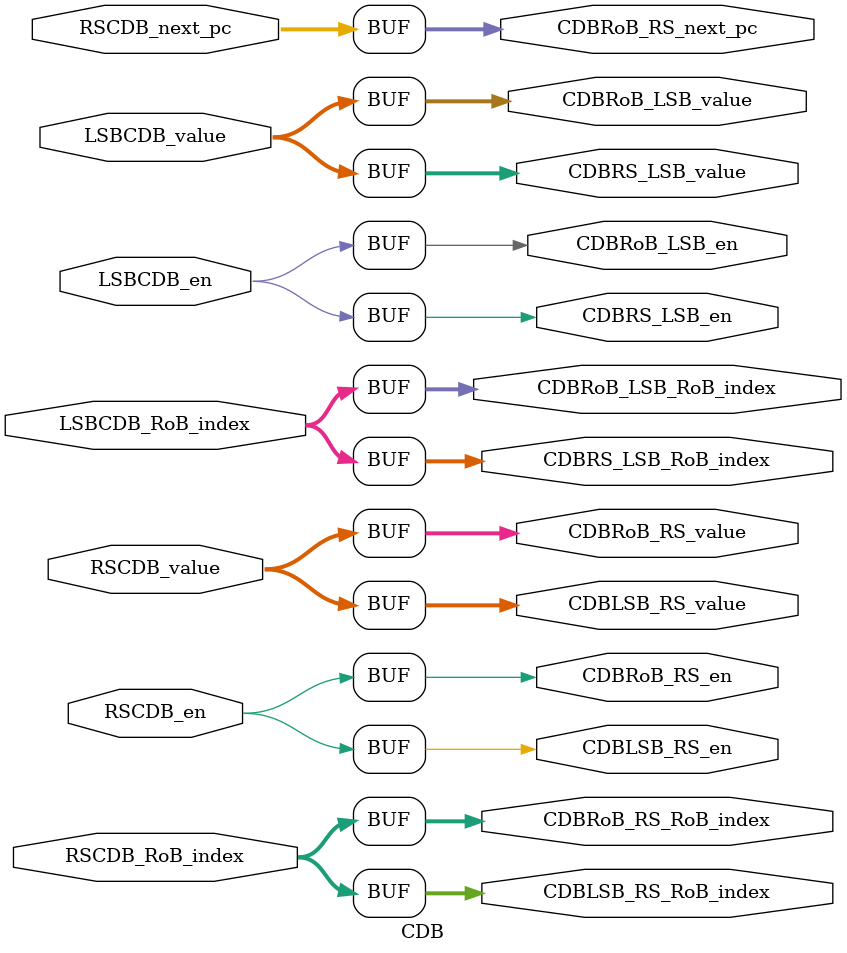
<source format=v>
module CDB (
    //RS
    input wire RSCDB_en,
    input wire [RoB_WIDTH - 1:0] RSCDB_RoB_index,
    input wire [31:0] RSCDB_value,
    input wire [ADDR_WIDTH - 1:0] RSCDB_next_pc,
    output wire CDBRS_LSB_en,
    output wire [RoB_WIDTH - 1:0] CDBRS_LSB_RoB_index,
    output wire [31:0] CDBRS_LSB_value,

    //LSB
    input wire LSBCDB_en,
    input wire [RoB_WIDTH - 1:0] LSBCDB_RoB_index,
    input wire [31:0] LSBCDB_value,
    output wire CDBLSB_RS_en,
    output wire [RoB_WIDTH - 1:0] CDBLSB_RS_RoB_index,
    output wire [31:0] CDBLSB_RS_value,

    //RoB
    output wire CDBRoB_RS_en,
    output wire [RoB_WIDTH - 1:0] CDBRoB_RS_RoB_index,
    output wire [31:0] CDBRoB_RS_value,
    output wire [ADDR_WIDTH - 1:0] CDBRoB_RS_next_pc,
    output wire CDBRoB_LSB_en,
    output wire [RoB_WIDTH - 1:0] CDBRoB_LSB_RoB_index,
    output wire [31:0] CDBRoB_LSB_value

);

  parameter ADDR_WIDTH = 32;
  parameter REG_WIDTH = 5;
  parameter EX_REG_WIDTH = 6;  //extra one bit for empty reg
  parameter NON_REG = 6'b100000;
  parameter RoB_WIDTH = 8;
  parameter EX_RoB_WIDTH = 9;
  parameter RS_WIDTH = 3;
  parameter EX_RS_WIDTH = 4;
  parameter RS_SIZE = 1 << RS_WIDTH;
  parameter NON_DEP = 9'b100000000;  //no dependency


  assign CDBRS_LSB_en = LSBCDB_en,
      CDBRS_LSB_RoB_index = LSBCDB_RoB_index,
      CDBRS_LSB_value = LSBCDB_value,
      CDBRoB_LSB_en = LSBCDB_en,
      CDBRoB_LSB_RoB_index = LSBCDB_RoB_index,
      CDBRoB_LSB_value = LSBCDB_value;

  assign CDBLSB_RS_en = RSCDB_en,
      CDBLSB_RS_RoB_index = RSCDB_RoB_index,
      CDBLSB_RS_value = RSCDB_value,
      CDBRoB_RS_en = RSCDB_en,
      CDBRoB_RS_RoB_index = RSCDB_RoB_index,
      CDBRoB_RS_value = RSCDB_value,
      CDBRoB_RS_next_pc = RSCDB_next_pc;

endmodule

</source>
